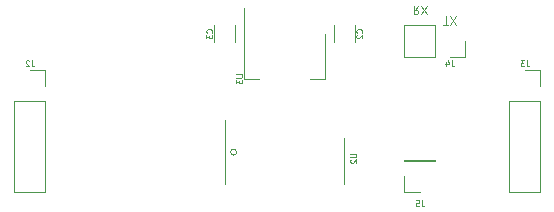
<source format=gbo>
%TF.GenerationSoftware,KiCad,Pcbnew,(5.1.9-0-10_14)*%
%TF.CreationDate,2021-03-22T14:16:12+08:00*%
%TF.ProjectId,Kernel,4b65726e-656c-42e6-9b69-6361645f7063,rev?*%
%TF.SameCoordinates,Original*%
%TF.FileFunction,Legend,Bot*%
%TF.FilePolarity,Positive*%
%FSLAX46Y46*%
G04 Gerber Fmt 4.6, Leading zero omitted, Abs format (unit mm)*
G04 Created by KiCad (PCBNEW (5.1.9-0-10_14)) date 2021-03-22 14:16:12*
%MOMM*%
%LPD*%
G01*
G04 APERTURE LIST*
%ADD10C,0.120000*%
%ADD11C,0.125000*%
%ADD12C,0.100000*%
G04 APERTURE END LIST*
D10*
X93726000Y-51308000D02*
G75*
G03*
X93726000Y-51308000I-254000J0D01*
G01*
D11*
X109103333Y-38926333D02*
X108870000Y-39259666D01*
X108703333Y-38926333D02*
X108703333Y-39626333D01*
X108970000Y-39626333D01*
X109036666Y-39593000D01*
X109070000Y-39559666D01*
X109103333Y-39493000D01*
X109103333Y-39393000D01*
X109070000Y-39326333D01*
X109036666Y-39293000D01*
X108970000Y-39259666D01*
X108703333Y-39259666D01*
X109336666Y-39626333D02*
X109803333Y-38926333D01*
X109803333Y-39626333D02*
X109336666Y-38926333D01*
X111226666Y-40515333D02*
X111626666Y-40515333D01*
X111426666Y-39815333D02*
X111426666Y-40515333D01*
X111793333Y-40515333D02*
X112260000Y-39815333D01*
X112260000Y-40515333D02*
X111793333Y-39815333D01*
D10*
%TO.C,J5*%
X107890000Y-54670000D02*
X109220000Y-54670000D01*
X107890000Y-53340000D02*
X107890000Y-54670000D01*
X107890000Y-52070000D02*
X110550000Y-52070000D01*
X110550000Y-52070000D02*
X110550000Y-52010000D01*
X107890000Y-52070000D02*
X107890000Y-52010000D01*
X107890000Y-52010000D02*
X110550000Y-52010000D01*
%TO.C,U3*%
X94380000Y-39080000D02*
X94380000Y-45090000D01*
X101200000Y-41330000D02*
X101200000Y-45090000D01*
X94380000Y-45090000D02*
X95640000Y-45090000D01*
X101200000Y-45090000D02*
X99940000Y-45090000D01*
%TO.C,U2*%
X92730000Y-52070000D02*
X92730000Y-48620000D01*
X92730000Y-52070000D02*
X92730000Y-54020000D01*
X102850000Y-52070000D02*
X102850000Y-50120000D01*
X102850000Y-52070000D02*
X102850000Y-54020000D01*
%TO.C,C3*%
X91800000Y-41986252D02*
X91800000Y-40563748D01*
X93620000Y-41986252D02*
X93620000Y-40563748D01*
%TO.C,C2*%
X103780000Y-40563748D02*
X103780000Y-41986252D01*
X101960000Y-40563748D02*
X101960000Y-41986252D01*
%TO.C,J4*%
X113090000Y-43240000D02*
X113090000Y-41910000D01*
X111760000Y-43240000D02*
X113090000Y-43240000D01*
X110490000Y-43240000D02*
X110490000Y-40580000D01*
X110490000Y-40580000D02*
X107890000Y-40580000D01*
X110490000Y-43240000D02*
X107890000Y-43240000D01*
X107890000Y-43240000D02*
X107890000Y-40580000D01*
%TO.C,J3*%
X119440000Y-44390000D02*
X118110000Y-44390000D01*
X119440000Y-45720000D02*
X119440000Y-44390000D01*
X119440000Y-46990000D02*
X116780000Y-46990000D01*
X116780000Y-46990000D02*
X116780000Y-54670000D01*
X119440000Y-46990000D02*
X119440000Y-54670000D01*
X119440000Y-54670000D02*
X116780000Y-54670000D01*
%TO.C,J2*%
X77530000Y-44390000D02*
X76200000Y-44390000D01*
X77530000Y-45720000D02*
X77530000Y-44390000D01*
X77530000Y-46990000D02*
X74870000Y-46990000D01*
X74870000Y-46990000D02*
X74870000Y-54670000D01*
X77530000Y-46990000D02*
X77530000Y-54670000D01*
X77530000Y-54670000D02*
X74870000Y-54670000D01*
%TO.C,J5*%
D12*
X109386666Y-55396190D02*
X109386666Y-55753333D01*
X109410476Y-55824761D01*
X109458095Y-55872380D01*
X109529523Y-55896190D01*
X109577142Y-55896190D01*
X108910476Y-55396190D02*
X109148571Y-55396190D01*
X109172380Y-55634285D01*
X109148571Y-55610476D01*
X109100952Y-55586666D01*
X108981904Y-55586666D01*
X108934285Y-55610476D01*
X108910476Y-55634285D01*
X108886666Y-55681904D01*
X108886666Y-55800952D01*
X108910476Y-55848571D01*
X108934285Y-55872380D01*
X108981904Y-55896190D01*
X109100952Y-55896190D01*
X109148571Y-55872380D01*
X109172380Y-55848571D01*
%TO.C,U3*%
X93706190Y-44704047D02*
X94110952Y-44704047D01*
X94158571Y-44727857D01*
X94182380Y-44751666D01*
X94206190Y-44799285D01*
X94206190Y-44894523D01*
X94182380Y-44942142D01*
X94158571Y-44965952D01*
X94110952Y-44989761D01*
X93706190Y-44989761D01*
X93706190Y-45180238D02*
X93706190Y-45489761D01*
X93896666Y-45323095D01*
X93896666Y-45394523D01*
X93920476Y-45442142D01*
X93944285Y-45465952D01*
X93991904Y-45489761D01*
X94110952Y-45489761D01*
X94158571Y-45465952D01*
X94182380Y-45442142D01*
X94206190Y-45394523D01*
X94206190Y-45251666D01*
X94182380Y-45204047D01*
X94158571Y-45180238D01*
%TO.C,U2*%
X103358190Y-51435047D02*
X103762952Y-51435047D01*
X103810571Y-51458857D01*
X103834380Y-51482666D01*
X103858190Y-51530285D01*
X103858190Y-51625523D01*
X103834380Y-51673142D01*
X103810571Y-51696952D01*
X103762952Y-51720761D01*
X103358190Y-51720761D01*
X103405809Y-51935047D02*
X103382000Y-51958857D01*
X103358190Y-52006476D01*
X103358190Y-52125523D01*
X103382000Y-52173142D01*
X103405809Y-52196952D01*
X103453428Y-52220761D01*
X103501047Y-52220761D01*
X103572476Y-52196952D01*
X103858190Y-51911238D01*
X103858190Y-52220761D01*
%TO.C,C3*%
X91618571Y-41191666D02*
X91642380Y-41167857D01*
X91666190Y-41096428D01*
X91666190Y-41048809D01*
X91642380Y-40977380D01*
X91594761Y-40929761D01*
X91547142Y-40905952D01*
X91451904Y-40882142D01*
X91380476Y-40882142D01*
X91285238Y-40905952D01*
X91237619Y-40929761D01*
X91190000Y-40977380D01*
X91166190Y-41048809D01*
X91166190Y-41096428D01*
X91190000Y-41167857D01*
X91213809Y-41191666D01*
X91166190Y-41358333D02*
X91166190Y-41667857D01*
X91356666Y-41501190D01*
X91356666Y-41572619D01*
X91380476Y-41620238D01*
X91404285Y-41644047D01*
X91451904Y-41667857D01*
X91570952Y-41667857D01*
X91618571Y-41644047D01*
X91642380Y-41620238D01*
X91666190Y-41572619D01*
X91666190Y-41429761D01*
X91642380Y-41382142D01*
X91618571Y-41358333D01*
%TO.C,C2*%
X104318571Y-41191666D02*
X104342380Y-41167857D01*
X104366190Y-41096428D01*
X104366190Y-41048809D01*
X104342380Y-40977380D01*
X104294761Y-40929761D01*
X104247142Y-40905952D01*
X104151904Y-40882142D01*
X104080476Y-40882142D01*
X103985238Y-40905952D01*
X103937619Y-40929761D01*
X103890000Y-40977380D01*
X103866190Y-41048809D01*
X103866190Y-41096428D01*
X103890000Y-41167857D01*
X103913809Y-41191666D01*
X103913809Y-41382142D02*
X103890000Y-41405952D01*
X103866190Y-41453571D01*
X103866190Y-41572619D01*
X103890000Y-41620238D01*
X103913809Y-41644047D01*
X103961428Y-41667857D01*
X104009047Y-41667857D01*
X104080476Y-41644047D01*
X104366190Y-41358333D01*
X104366190Y-41667857D01*
%TO.C,J4*%
X111926666Y-43541190D02*
X111926666Y-43898333D01*
X111950476Y-43969761D01*
X111998095Y-44017380D01*
X112069523Y-44041190D01*
X112117142Y-44041190D01*
X111474285Y-43707857D02*
X111474285Y-44041190D01*
X111593333Y-43517380D02*
X111712380Y-43874523D01*
X111402857Y-43874523D01*
%TO.C,J3*%
X118276666Y-43541190D02*
X118276666Y-43898333D01*
X118300476Y-43969761D01*
X118348095Y-44017380D01*
X118419523Y-44041190D01*
X118467142Y-44041190D01*
X118086190Y-43541190D02*
X117776666Y-43541190D01*
X117943333Y-43731666D01*
X117871904Y-43731666D01*
X117824285Y-43755476D01*
X117800476Y-43779285D01*
X117776666Y-43826904D01*
X117776666Y-43945952D01*
X117800476Y-43993571D01*
X117824285Y-44017380D01*
X117871904Y-44041190D01*
X118014761Y-44041190D01*
X118062380Y-44017380D01*
X118086190Y-43993571D01*
%TO.C,J2*%
X76366666Y-43541190D02*
X76366666Y-43898333D01*
X76390476Y-43969761D01*
X76438095Y-44017380D01*
X76509523Y-44041190D01*
X76557142Y-44041190D01*
X76152380Y-43588809D02*
X76128571Y-43565000D01*
X76080952Y-43541190D01*
X75961904Y-43541190D01*
X75914285Y-43565000D01*
X75890476Y-43588809D01*
X75866666Y-43636428D01*
X75866666Y-43684047D01*
X75890476Y-43755476D01*
X76176190Y-44041190D01*
X75866666Y-44041190D01*
%TD*%
M02*

</source>
